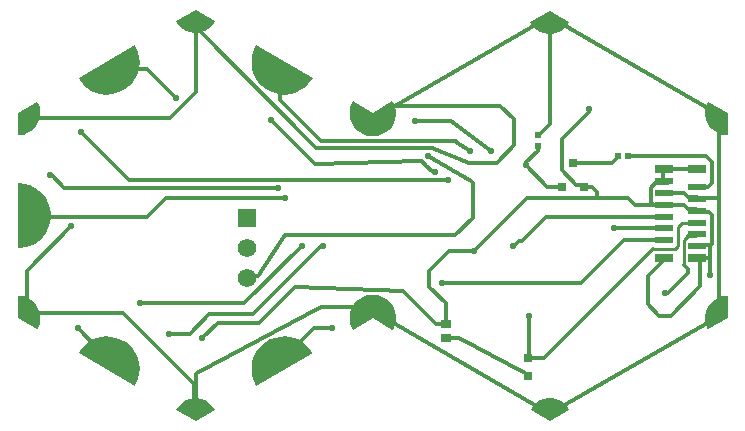
<source format=gtl>
G04*
G04 #@! TF.GenerationSoftware,Altium Limited,Altium Designer,25.8.1 (18)*
G04*
G04 Layer_Physical_Order=1*
G04 Layer_Color=255*
%FSLAX44Y44*%
%MOMM*%
G71*
G04*
G04 #@! TF.SameCoordinates,BCE08161-644A-4D5C-BD65-52524292B4E2*
G04*
G04*
G04 #@! TF.FilePolarity,Positive*
G04*
G01*
G75*
%ADD13C,0.2540*%
%ADD15R,1.5000X0.6000*%
%ADD16R,1.5000X0.8000*%
%ADD17R,0.8000X0.8000*%
G04:AMPARAMS|DCode=18|XSize=0.55mm|YSize=0.5mm|CornerRadius=0.0625mm|HoleSize=0mm|Usage=FLASHONLY|Rotation=180.000|XOffset=0mm|YOffset=0mm|HoleType=Round|Shape=RoundedRectangle|*
%AMROUNDEDRECTD18*
21,1,0.5500,0.3750,0,0,180.0*
21,1,0.4250,0.5000,0,0,180.0*
1,1,0.1250,-0.2125,0.1875*
1,1,0.1250,0.2125,0.1875*
1,1,0.1250,0.2125,-0.1875*
1,1,0.1250,-0.2125,-0.1875*
%
%ADD18ROUNDEDRECTD18*%
%ADD19R,0.9500X0.8000*%
%ADD20R,0.8000X0.8000*%
G04:AMPARAMS|DCode=21|XSize=1mm|YSize=1mm|CornerRadius=0.5mm|HoleSize=0mm|Usage=FLASHONLY|Rotation=210.000|XOffset=0mm|YOffset=0mm|HoleType=Round|Shape=RoundedRectangle|*
%AMROUNDEDRECTD21*
21,1,1.0000,0.0000,0,0,210.0*
21,1,0.0000,1.0000,0,0,210.0*
1,1,1.0000,0.0000,0.0000*
1,1,1.0000,0.0000,0.0000*
1,1,1.0000,0.0000,0.0000*
1,1,1.0000,0.0000,0.0000*
%
%ADD21ROUNDEDRECTD21*%
G04:AMPARAMS|DCode=22|XSize=1mm|YSize=1mm|CornerRadius=0.5mm|HoleSize=0mm|Usage=FLASHONLY|Rotation=90.000|XOffset=0mm|YOffset=0mm|HoleType=Round|Shape=RoundedRectangle|*
%AMROUNDEDRECTD22*
21,1,1.0000,0.0000,0,0,90.0*
21,1,0.0000,1.0000,0,0,90.0*
1,1,1.0000,0.0000,0.0000*
1,1,1.0000,0.0000,0.0000*
1,1,1.0000,0.0000,0.0000*
1,1,1.0000,0.0000,0.0000*
%
%ADD22ROUNDEDRECTD22*%
G04:AMPARAMS|DCode=23|XSize=1mm|YSize=1mm|CornerRadius=0.5mm|HoleSize=0mm|Usage=FLASHONLY|Rotation=150.000|XOffset=0mm|YOffset=0mm|HoleType=Round|Shape=RoundedRectangle|*
%AMROUNDEDRECTD23*
21,1,1.0000,0.0000,0,0,150.0*
21,1,0.0000,1.0000,0,0,150.0*
1,1,1.0000,0.0000,0.0000*
1,1,1.0000,0.0000,0.0000*
1,1,1.0000,0.0000,0.0000*
1,1,1.0000,0.0000,0.0000*
%
%ADD23ROUNDEDRECTD23*%
G04:AMPARAMS|DCode=24|XSize=0.55mm|YSize=0.5mm|CornerRadius=0.0625mm|HoleSize=0mm|Usage=FLASHONLY|Rotation=90.000|XOffset=0mm|YOffset=0mm|HoleType=Round|Shape=RoundedRectangle|*
%AMROUNDEDRECTD24*
21,1,0.5500,0.3750,0,0,90.0*
21,1,0.4250,0.5000,0,0,90.0*
1,1,0.1250,0.1875,0.2125*
1,1,0.1250,0.1875,-0.2125*
1,1,0.1250,-0.1875,-0.2125*
1,1,0.1250,-0.1875,0.2125*
%
%ADD24ROUNDEDRECTD24*%
%ADD34C,1.5700*%
%ADD35R,1.5700X1.5700*%
%ADD37C,0.3048*%
%ADD38C,0.3048*%
%ADD39C,0.2794*%
%ADD40C,0.1524*%
%ADD41C,0.5588*%
G36*
X-136089Y164387D02*
X-136883Y162923D01*
X-138966Y160324D01*
X-141478Y158138D01*
X-144339Y156435D01*
X-147458Y155268D01*
X-150735Y154675D01*
X-154065D01*
X-157342Y155268D01*
X-160461Y156435D01*
X-163322Y158138D01*
X-165834Y160324D01*
X-167917Y162923D01*
X-168711Y164387D01*
X-168710Y164387D01*
X-152400Y173778D01*
X-136089Y164387D01*
D02*
G37*
G36*
X163670Y163521D02*
X162877Y162057D01*
X160794Y159459D01*
X158282Y157273D01*
X155421Y155569D01*
X152302Y154402D01*
X149025Y153809D01*
X145695D01*
X142418Y154402D01*
X139299Y155569D01*
X136438Y157273D01*
X133925Y159459D01*
X131843Y162057D01*
X131049Y163521D01*
X131049Y163521D01*
X147360Y172912D01*
X163670Y163521D01*
D02*
G37*
G36*
X-53382Y116601D02*
X-54443Y114685D01*
X-57145Y111236D01*
X-60359Y108258D01*
X-64004Y105827D01*
X-67987Y104003D01*
X-72209Y102831D01*
X-76563Y102343D01*
X-80940Y102550D01*
X-85228Y103447D01*
X-89321Y105010D01*
X-93115Y107202D01*
X-96514Y109967D01*
X-99432Y113234D01*
X-101798Y116923D01*
X-103549Y120939D01*
X-104643Y125181D01*
X-105052Y129543D01*
X-104766Y133915D01*
X-103791Y138187D01*
X-102153Y142250D01*
X-101023Y144127D01*
X-101023D01*
X-53382Y116601D01*
D02*
G37*
G36*
X-202692Y142205D02*
X-201056Y138140D01*
X-200084Y133868D01*
X-199801Y129496D01*
X-200212Y125134D01*
X-201309Y120892D01*
X-203063Y116877D01*
X-205431Y113190D01*
X-208351Y109925D01*
X-211752Y107162D01*
X-215547Y104973D01*
X-219641Y103411D01*
X-223930Y102517D01*
X-228307Y102313D01*
X-232660Y102804D01*
X-236882Y103978D01*
X-240864Y105805D01*
X-244507Y108239D01*
X-247719Y111219D01*
X-250419Y114669D01*
X-251479Y116586D01*
X-251479Y116586D01*
X-203821Y144082D01*
X-202692Y142205D01*
D02*
G37*
G36*
X298130Y86890D02*
X298152Y68069D01*
X296488Y68025D01*
X293196Y68529D01*
X290047Y69612D01*
X287141Y71238D01*
X284571Y73355D01*
X282419Y75897D01*
X280753Y78781D01*
X279629Y81915D01*
X279080Y85200D01*
X279125Y88529D01*
X279762Y91798D01*
X280971Y94901D01*
X281842Y96320D01*
X281842D01*
X298130Y86890D01*
D02*
G37*
G36*
X-285738Y94901D02*
X-284529Y91798D01*
X-283892Y88529D01*
X-283847Y85200D01*
X-284396Y81915D01*
X-285521Y78781D01*
X-287186Y75897D01*
X-289338Y73355D01*
X-291908Y71238D01*
X-294814Y69612D01*
X-297964Y68529D01*
X-301255Y68025D01*
X-302920Y68069D01*
Y68069D01*
X-302897Y86890D01*
X-286609Y96320D01*
X-285738Y94901D01*
D02*
G37*
G36*
X-2400Y87176D02*
X14278Y96781D01*
X15189Y95288D01*
X16452Y92025D01*
X17114Y88590D01*
X17155Y85092D01*
X16573Y81642D01*
X15387Y78351D01*
X13634Y75323D01*
X11371Y72655D01*
X8669Y70432D01*
X5615Y68726D01*
X2306Y67589D01*
X-1152Y67059D01*
X-2400Y67093D01*
X-3649Y67059D01*
X-7107Y67589D01*
X-10416Y68726D01*
X-13470Y70432D01*
X-16171Y72655D01*
X-18435Y75323D01*
X-20187Y78351D01*
X-21374Y81642D01*
X-21956Y85092D01*
X-21915Y88590D01*
X-21253Y92025D01*
X-19990Y95288D01*
X-19079Y96781D01*
Y96781D01*
X-2400Y87176D01*
D02*
G37*
G36*
X-296410Y26904D02*
X-292224Y25609D01*
X-288296Y23669D01*
X-284724Y21131D01*
X-281599Y18060D01*
X-278999Y14534D01*
X-276990Y10640D01*
X-275622Y6478D01*
X-274930Y2152D01*
X-274932Y-2230D01*
X-275626Y-6556D01*
X-276997Y-10717D01*
X-279008Y-14609D01*
X-281610Y-18134D01*
X-284737Y-21203D01*
X-288311Y-23738D01*
X-292240Y-25676D01*
X-296427Y-26968D01*
X-300765Y-27581D01*
X-302955Y-27541D01*
Y-27541D01*
X-302938Y27480D01*
X-300748Y27520D01*
X-296410Y26904D01*
D02*
G37*
G36*
X2306Y-67589D02*
X5615Y-68726D01*
X8669Y-70432D01*
X11371Y-72655D01*
X13634Y-75323D01*
X15387Y-78351D01*
X16573Y-81642D01*
X17155Y-85092D01*
X17114Y-88590D01*
X16452Y-92025D01*
X15189Y-95288D01*
X14278Y-96781D01*
X-2400Y-87176D01*
X-19079Y-96781D01*
X-19990Y-95288D01*
X-21253Y-92025D01*
X-21915Y-88590D01*
X-21956Y-85092D01*
X-21374Y-81642D01*
X-20187Y-78351D01*
X-18435Y-75323D01*
X-16171Y-72655D01*
X-13470Y-70432D01*
X-10416Y-68726D01*
X-7107Y-67589D01*
X-3649Y-67059D01*
X-2400Y-67093D01*
X-1152Y-67059D01*
X2306Y-67589D01*
D02*
G37*
G36*
X298152Y-68069D02*
X298152Y-68069D01*
X298130Y-86890D01*
X281842Y-96320D01*
X280971Y-94901D01*
X279762Y-91798D01*
X279125Y-88529D01*
X279080Y-85200D01*
X279629Y-81915D01*
X280753Y-78781D01*
X282419Y-75897D01*
X284571Y-73355D01*
X287141Y-71238D01*
X290047Y-69612D01*
X293196Y-68529D01*
X296488Y-68025D01*
X298152Y-68069D01*
D02*
G37*
G36*
X-297964Y-68529D02*
X-294814Y-69612D01*
X-291908Y-71238D01*
X-289338Y-73355D01*
X-287186Y-75897D01*
X-285521Y-78781D01*
X-284396Y-81915D01*
X-283847Y-85200D01*
X-283892Y-88529D01*
X-284529Y-91798D01*
X-285738Y-94901D01*
X-286609Y-96320D01*
X-286609Y-96320D01*
X-302897Y-86890D01*
X-302920Y-68069D01*
X-301255Y-68025D01*
X-297964Y-68529D01*
D02*
G37*
G36*
X14278Y-96781D02*
X14278D01*
D01*
X14278D01*
D02*
G37*
G36*
X-72140Y-102804D02*
X-67918Y-103978D01*
X-63936Y-105805D01*
X-60293Y-108239D01*
X-57081Y-111219D01*
X-54381Y-114669D01*
X-53321Y-116586D01*
X-100979Y-144082D01*
X-102108Y-142205D01*
X-103744Y-138140D01*
X-104716Y-133868D01*
X-105000Y-129496D01*
X-104588Y-125134D01*
X-103491Y-120892D01*
X-101737Y-116877D01*
X-99369Y-113190D01*
X-96449Y-109925D01*
X-93048Y-107162D01*
X-89253Y-104973D01*
X-85159Y-103411D01*
X-80870Y-102517D01*
X-76493Y-102313D01*
X-72140Y-102804D01*
D02*
G37*
G36*
X-223860Y-102550D02*
X-219572Y-103447D01*
X-215479Y-105011D01*
X-211685Y-107202D01*
X-208286Y-109967D01*
X-205368Y-113234D01*
X-203002Y-116923D01*
X-201251Y-120939D01*
X-200157Y-125181D01*
X-199748Y-129543D01*
X-200034Y-133915D01*
X-201009Y-138187D01*
X-202647Y-142250D01*
X-203777Y-144127D01*
Y-144127D01*
X-251418Y-116601D01*
X-250357Y-114685D01*
X-247655Y-111236D01*
X-244441Y-108259D01*
X-240796Y-105827D01*
X-236813Y-104003D01*
X-232591Y-102831D01*
X-228237Y-102343D01*
X-223860Y-102550D01*
D02*
G37*
G36*
X152541Y-155268D02*
X155660Y-156435D01*
X158522Y-158139D01*
X161034Y-160324D01*
X163116Y-162923D01*
X163910Y-164387D01*
X147599Y-173778D01*
X131289Y-164387D01*
X132082Y-162923D01*
X134165Y-160324D01*
X136677Y-158139D01*
X139538Y-156435D01*
X142657Y-155268D01*
X145934Y-154675D01*
X149264D01*
X152541Y-155268D01*
D02*
G37*
G36*
X-147458D02*
X-144339Y-156435D01*
X-141478Y-158139D01*
X-138966Y-160324D01*
X-136883Y-162923D01*
X-136089Y-164387D01*
X-152400Y-173778D01*
X-168711Y-164387D01*
X-167917Y-162923D01*
X-165834Y-160324D01*
X-163322Y-158139D01*
X-160461Y-156435D01*
X-157342Y-155268D01*
X-154065Y-154675D01*
X-150735D01*
X-147458Y-155268D01*
D02*
G37*
D13*
X235197Y-27996D02*
X235268Y-28068D01*
X253260D01*
X255754Y-25574D01*
Y-16418D01*
X255754Y-9772D02*
X259530Y-5996D01*
X255754Y-16418D02*
Y-9772D01*
X259530Y-5996D02*
X272444D01*
X255754Y-16418D02*
X255754Y-16418D01*
D15*
X272444Y14004D02*
D03*
X244444Y19004D02*
D03*
X272444Y24004D02*
D03*
X244444Y-996D02*
D03*
X272444Y-15996D02*
D03*
X244444Y-10996D02*
D03*
X272444Y-5996D02*
D03*
Y4004D02*
D03*
Y-25996D02*
D03*
X244444Y9004D02*
D03*
Y29004D02*
D03*
Y-20996D02*
D03*
D16*
Y-35996D02*
D03*
X272444D02*
D03*
X244444Y39004D02*
D03*
X272444D02*
D03*
D17*
X166954Y44699D02*
D03*
X157454Y24499D02*
D03*
X176454D02*
D03*
D18*
X137914Y68238D02*
D03*
Y59238D02*
D03*
D19*
X59454Y-91466D02*
D03*
Y-103966D02*
D03*
D20*
X128906Y-120936D02*
D03*
Y-135936D02*
D03*
D21*
X-223901Y-123901D02*
D03*
X-80899Y123901D02*
D03*
X290700Y82601D02*
D03*
X-295468Y-82601D02*
D03*
D22*
X-223901Y123901D02*
D03*
X-80899Y-123901D02*
D03*
X-1679Y77521D02*
D03*
X147360Y164334D02*
D03*
X147599Y-165199D02*
D03*
X-152400Y165199D02*
D03*
X-1679Y-77521D02*
D03*
X-152400Y-165199D02*
D03*
D23*
X-295501Y0D02*
D03*
X290700Y-82601D02*
D03*
X-295468Y82601D02*
D03*
D24*
X213992Y50162D02*
D03*
X204992D02*
D03*
D34*
X-108837Y-53317D02*
D03*
Y-27917D02*
D03*
D35*
Y-2517D02*
D03*
D37*
X290829Y83477D02*
D03*
Y-83477D02*
D03*
D38*
X289937Y85632D02*
X289936Y85633D01*
X289936Y-85633D02*
X289937Y-85632D01*
X-263721Y23479D02*
X-82746D01*
X-249419Y70628D02*
X-209129Y30337D01*
X60398D01*
X-274198Y33956D02*
X-263721Y23479D01*
X42920Y42205D02*
X47444Y37681D01*
X49997D02*
X50483Y37195D01*
X42920Y42205D02*
Y42205D01*
X47444Y37681D02*
X49997D01*
X39264Y45861D02*
X42920Y42205D01*
X36528Y45861D02*
X39264D01*
X36446Y45860D02*
X36528Y45861D01*
X-49754Y43523D02*
X36446Y45860D01*
X-152400Y159705D02*
X-50103Y57407D01*
X47609D01*
X3137Y62995D02*
X3611D01*
X44768Y50549D02*
X80415Y29451D01*
X3611Y62995D02*
X67725Y62995D01*
X82200Y-1886D02*
Y27665D01*
X68500Y62469D02*
X80241Y54502D01*
X47609Y57407D02*
X78969Y44329D01*
X80415Y29451D02*
X82200Y27665D01*
X67725Y62995D02*
X68500Y62469D01*
X78969Y44329D02*
X93761Y44261D01*
X33370Y80040D02*
X64138Y80040D01*
X97977Y54421D01*
X147360Y77434D02*
Y162962D01*
Y164334D01*
X-46031Y62995D02*
X3137D01*
X-80899Y97864D02*
X-46031Y62995D01*
X-80899Y97864D02*
Y123901D01*
X-88799Y81222D02*
X-51992Y44414D01*
X-51100Y43523D01*
X-88799Y81222D02*
Y81222D01*
X-51100Y43523D02*
X-49754Y43523D01*
X142256Y-120936D02*
X235197Y-27996D01*
X128906Y-120936D02*
X142256D01*
X261045Y-41845D02*
X264467Y-45266D01*
X264467Y-17726D02*
X271000D01*
X247232Y-66026D02*
X264467Y-48791D01*
Y-45266D01*
X230458Y-75087D02*
X240144Y-84774D01*
X230458Y-50933D02*
X246644Y-34747D01*
X230458Y-75087D02*
Y-50933D01*
X157475Y38489D02*
Y64903D01*
Y38489D02*
X169775Y26189D01*
X157475Y64903D02*
X180530Y87958D01*
X235306Y9004D02*
X235306D01*
X116862Y-25707D02*
X121235Y-21334D01*
X116175Y-25707D02*
X116862D01*
X121235Y-21334D02*
X124374D01*
X144713Y-996D01*
X243211Y30253D02*
Y39004D01*
X236467Y27274D02*
X247500D01*
X177318Y25363D02*
X178622Y24059D01*
X45543Y-46699D02*
X62113Y-30128D01*
X128610Y15012D02*
X187592D01*
X62113Y-30128D02*
X83470D01*
X128610Y15012D01*
X244444Y9004D02*
X261197D01*
X238197D02*
X244444D01*
X272444Y4004D02*
X273457Y2991D01*
X270968Y5480D02*
X272444Y4004D01*
X235306Y9004D02*
X235306Y9004D01*
X232880Y11431D02*
X235306Y9004D01*
X219315D02*
X235306D01*
X283129Y-36532D02*
Y-25372D01*
Y-50436D02*
Y-36532D01*
X55869Y-57231D02*
X174014D01*
X210249Y-20996D01*
X-193749Y-1444D02*
X-177125Y15180D01*
X-76962D01*
X-276018Y33956D02*
X-274198D01*
X-295468Y-46718D02*
X-257660Y-8911D01*
X-295468Y-82601D02*
Y-46718D01*
X-290353Y-1330D02*
X-290240Y-1444D01*
X-295501Y0D02*
X-294171Y-1330D01*
X-290240Y-1444D02*
X-193749D01*
X-294171Y-1330D02*
X-290353D01*
X273067Y-25372D02*
X283129D01*
X284538Y-23963D01*
X290700Y-82601D02*
Y14461D01*
X282300Y2991D02*
X284538Y753D01*
Y-23963D02*
Y753D01*
X272444Y-25996D02*
X273067Y-25372D01*
X273457Y2991D02*
X282300D01*
X282730Y-36134D02*
X283129Y-36532D01*
X272444Y-35996D02*
X272582Y-36134D01*
X282730D01*
X279867Y23817D02*
X281543D01*
X285112Y27387D01*
X272444Y14004D02*
X272900Y14461D01*
X264273Y15928D02*
X272444D01*
X272900Y14461D02*
X290700D01*
X261197Y9004D02*
X264721Y5480D01*
X270968D01*
X261197Y19004D02*
X264273Y15928D01*
X210249Y-20996D02*
X244444D01*
Y19004D02*
X261197D01*
X235306Y9004D02*
X238197D01*
X232880Y11431D02*
Y23688D01*
X213308Y15012D02*
X219315Y9004D01*
X232880Y23688D02*
X236467Y27274D01*
X244444Y39004D02*
X272444D01*
X280042Y50162D02*
X285112Y45091D01*
X213992Y50162D02*
X280042D01*
X166954Y44699D02*
X199779D01*
X204992Y49912D01*
X174763Y26189D02*
X176454Y24499D01*
X169775Y26189D02*
X174763D01*
X187592Y15012D02*
Y19708D01*
X178622Y24059D02*
X183241D01*
X187592Y15012D02*
X213308D01*
X183241Y24059D02*
X187592Y19708D01*
X145046Y24499D02*
X157454D01*
X126954Y42591D02*
X145046Y24499D01*
X137158Y58483D02*
X137914Y59238D01*
X126954Y42591D02*
X127440Y43077D01*
X137158Y54740D02*
Y58483D01*
X127440Y45021D02*
X137158Y54740D01*
X127440Y43077D02*
Y45021D01*
X138163Y68238D02*
X147360Y77434D01*
X143064Y162057D02*
X144979Y163971D01*
X145988Y162962D02*
X147360Y164334D01*
X290700Y82601D02*
X290829Y82730D01*
X147360Y164334D02*
X153828D01*
X102699Y44261D02*
X103650Y45212D01*
X116794Y59861D01*
X93761Y44261D02*
X102699Y44261D01*
X116794Y59861D02*
Y81304D01*
X105524Y92574D02*
X116794Y81304D01*
X9009Y88209D02*
X16570Y92574D01*
X16570Y92574D01*
X9009Y88209D02*
X9009Y88209D01*
X16570Y92574D02*
X105524D01*
X16570D02*
X136919Y162057D01*
X143064D01*
X-1679Y77521D02*
X9009Y88209D01*
X201456Y-10682D02*
X201613Y-10839D01*
X244887D02*
X245072Y-10654D01*
X201613Y-10839D02*
X244887D01*
X144713Y-996D02*
X244444D01*
X45543Y-60340D02*
Y-46699D01*
X59454Y-91466D02*
Y-74251D01*
X45543Y-60340D02*
X59454Y-74251D01*
X24187Y-64760D02*
X50894Y-91466D01*
X59454D01*
X24139Y-64712D02*
X24187Y-64760D01*
X-133765Y-90730D02*
X-98921D01*
X-68590Y-60399D01*
X-67270D01*
X23294Y-63867D02*
X24139Y-64712D01*
X-67270Y-60399D02*
X23294Y-63867D01*
X-157333Y-99975D02*
X-141147Y-83788D01*
X-174615Y-99975D02*
X-157333D01*
X-145885Y-102851D02*
X-133765Y-90730D01*
X-104144Y-83788D02*
X-46032Y-25677D01*
X-141147Y-83788D02*
X-104144D01*
X-111136Y-74291D02*
X-62522Y-25677D01*
X-199291Y-74291D02*
X-111136D01*
X-99485Y-51332D02*
X-98620Y-50467D01*
X-96033Y-46487D02*
X-76492Y-16420D01*
X-108837Y-53317D02*
X-99485Y-51332D01*
X-98620Y-50467D02*
X-96033Y-46487D01*
X67667Y-16420D02*
X82200Y-1886D01*
X-76492Y-16420D02*
X67667D01*
X-46032Y-25677D02*
X-44516D01*
X128906Y-120936D02*
X129850Y-119993D01*
Y-85476D01*
X129850Y-85476D01*
X153828Y164334D02*
X289653Y85916D01*
X290829Y83477D02*
Y84740D01*
X289937Y85632D02*
X290829Y84740D01*
X289653Y85916D02*
X289936Y85633D01*
X290829Y82730D02*
Y83477D01*
X290700Y15928D02*
Y79700D01*
Y14461D02*
Y15928D01*
X285112Y27387D02*
Y45091D01*
X240144Y-84774D02*
X249772D01*
X274979Y-59567D01*
Y-38384D01*
X290700Y-82601D02*
X290829Y-82730D01*
Y-83477D02*
Y-82730D01*
X289937Y-85632D02*
X290829Y-84740D01*
X149998Y-165842D02*
X151216D01*
X289653Y-85916D02*
X289936Y-85633D01*
X147599Y-165199D02*
X149998Y-165842D01*
X290829Y-84740D02*
Y-83477D01*
X151216Y-165842D02*
X289653Y-85916D01*
X-151507Y-133566D02*
X-151182Y-133242D01*
X-46420Y-77521D01*
X-1679Y-77521D01*
X-152400Y-134459D02*
X-151507Y-133566D01*
X-152400Y-142828D02*
Y-134459D01*
X7273Y-86473D02*
X7557Y-86757D01*
X126430Y-133460D02*
X128906Y-135936D01*
X7557Y-86757D02*
X143425Y-165199D01*
X-1679Y-77521D02*
X7273Y-86473D01*
X143425Y-165199D02*
X147599D01*
X70679Y-103525D02*
X126430Y-133460D01*
X60477Y-103525D02*
X70679D01*
X-52194Y-95196D02*
X-35662D01*
X-80899Y-123901D02*
X-52194Y-95196D01*
X-152400Y-165199D02*
Y-163772D01*
Y-142828D01*
X-214055Y-82601D02*
X-153827Y-142828D01*
Y-163772D02*
Y-142828D01*
X-295468Y-82601D02*
X-214055D01*
X-223901Y-123901D02*
X-223901D01*
X-252252Y-95550D02*
Y-94873D01*
Y-95550D02*
X-223901Y-123901D01*
X-295468Y82601D02*
X-174305D01*
X-152400Y104506D02*
Y159705D01*
X-174305Y82601D02*
X-152400Y104506D01*
X-193345Y123901D02*
X-169298Y99854D01*
X-223901Y123901D02*
X-193345D01*
X290700Y79700D02*
X293289Y82288D01*
X-152400Y159705D02*
Y165199D01*
X180530Y87958D02*
Y90450D01*
X-153827Y-163772D02*
X-152400Y-165199D01*
X137914Y68238D02*
X138163D01*
X291013Y82288D02*
X293289D01*
X290700Y82601D02*
X291013Y82288D01*
X204992Y49912D02*
Y50162D01*
D39*
X261007Y-41627D02*
X261045Y-41665D01*
Y-41845D02*
Y-41665D01*
X261007Y-41627D02*
Y-21365D01*
X261045Y-21327D01*
Y-21147D02*
X264467Y-17726D01*
X261045Y-21327D02*
Y-21147D01*
D40*
X271000Y-17726D02*
X273737Y-14989D01*
D41*
X-82746Y23479D02*
D03*
X50483Y37195D02*
D03*
X44768Y50549D02*
D03*
X116175Y-25707D02*
D03*
X60947Y30328D02*
D03*
X83470Y-30128D02*
D03*
X55869Y-57231D02*
D03*
X-76962Y15180D02*
D03*
X-257660Y-8911D02*
D03*
X244830Y-65804D02*
D03*
X33370Y80040D02*
D03*
X201456Y-10682D02*
D03*
X-62522Y-25677D02*
D03*
X-44516D02*
D03*
X80241Y54502D02*
D03*
X97977Y54421D02*
D03*
X-249419Y70628D02*
D03*
X-88799Y81222D02*
D03*
X-169298Y99854D02*
D03*
X-199291Y-74291D02*
D03*
X-252252Y-94873D02*
D03*
X-174615Y-99975D02*
D03*
X126954Y42591D02*
D03*
X180530Y90450D02*
D03*
X283129Y-50436D02*
D03*
X-146602Y-103612D02*
D03*
X129850Y-85476D02*
D03*
X-276018Y33956D02*
D03*
X-36857Y-95063D02*
D03*
M02*

</source>
